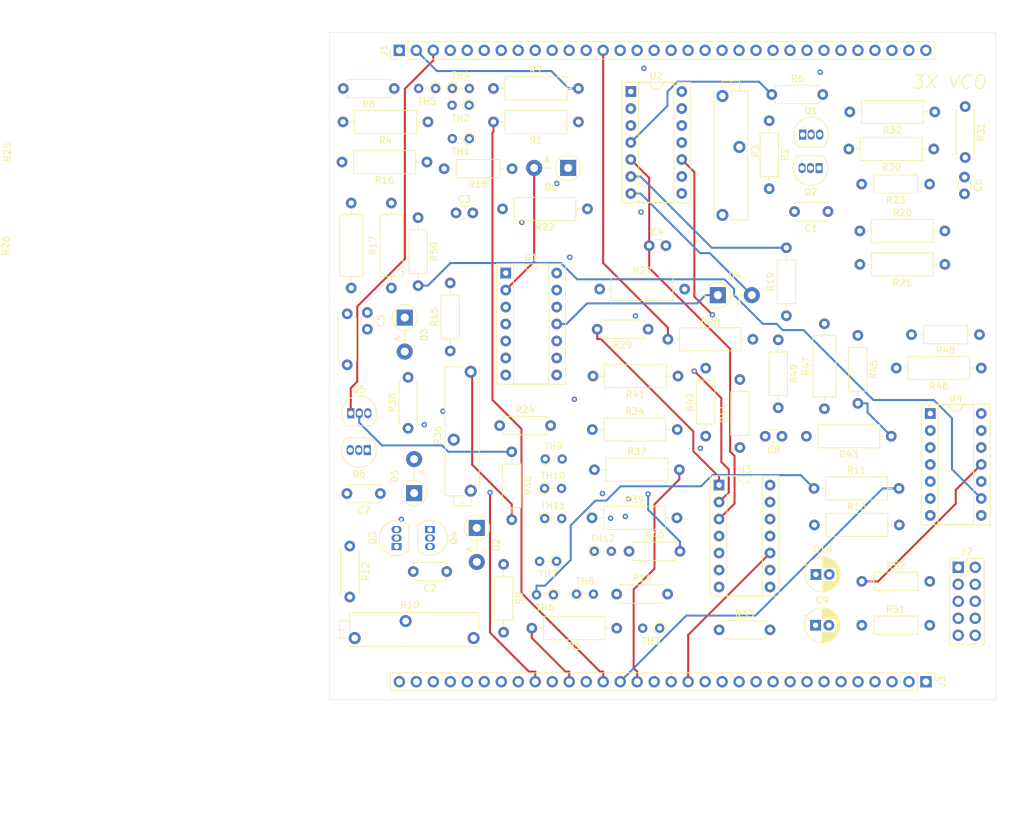
<source format=kicad_pcb>
(kicad_pcb (version 20221018) (generator pcbnew)
  (layers (0 "F.Cu" signal) (1 "In1.Cu" signal) (2 "In2.Cu" signal) (31 "B.Cu" signal) (34 "B.Paste" user) (35 "F.Paste" user) (36 "B.SilkS" user "B.Silkscreen") (37 "F.SilkS" user "F.Silkscreen") (38 "B.Mask" user) (39 "F.Mask" user) (44 "Edge.Cuts" user))
  (net 0 "")
  (net 1 "Net-(D1-K)")
  (net 2 "VCO1CoarsePot1")
  (net 3 "Net-(D2-K)")
  (net 4 "Net-(U2C-+)")
  (net 5 "Net-(U2A--)")
  (net 6 "Net-(U2B-+)")
  (net 7 "Net-(U2D--)")
  (net 8 "Net-(C5-Pad1)")
  (net 9 "Net-(C5-Pad2)")
  (net 10 "Net-(C6-Pad1)")
  (net 11 "Net-(C6-Pad2)")
  (net 12 "Net-(D5-K)")
  (net 13 "Net-(U4A-+)")
  (net 14 "Net-(U3D--)")
  (net 15 "VCO2IDKPot1")
  (net 16 "VCO1CoarsePot3")
  (net 17 "Net-(D1-A)")
  (net 18 "Net-(D2-A)")
  (net 19 "Net-(D3-K)")
  (net 20 "Net-(D3-A)")
  (net 21 "Net-(D4-K)")
  (net 22 "Net-(D4-A)")
  (net 23 "Net-(D5-A)")
  (net 24 "Net-(J2-Pin_1)")
  (net 25 "Net-(J2-Pin_10)")
  (net 26 "VCO1FMPot1")
  (net 27 "Net-(Q1-E)")
  (net 28 "VCO3FMPot1")
  (net 29 "Net-(Q3-E)")
  (net 30 "VCO2FMPot1")
  (net 31 "Net-(Q5-E)")
  (net 32 "Net-(R1-Pad1)")
  (net 33 "fmIn1")
  (net 34 "Net-(R2-Pad2)")
  (net 35 "Net-(R4-Pad1)")
  (net 36 "cvIn1")
  (net 37 "Net-(R5-Pad1)")
  (net 38 "fmIn3")
  (net 39 "Net-(R7-Pad1)")
  (net 40 "VCO1CoarsePot2")
  (net 41 "Net-(R8-Pad1)")
  (net 42 "VCO1FinePot2")
  (net 43 "Net-(R10-Pad1)")
  (net 44 "Net-(R11-Pad1)")
  (net 45 "cvIn3")
  (net 46 "Net-(R13-Pad1)")
  (net 47 "VCO3CoarsePot2")
  (net 48 "Net-(R14-Pad1)")
  (net 49 "VCO3FinePot2")
  (net 50 "VCO1PwmPot1")
  (net 51 "Net-(U3B--)")
  (net 52 "VCO3PwmPot1")
  (net 53 "Net-(R22-Pad1)")
  (net 54 "Net-(U3A--)")
  (net 55 "SW1p3")
  (net 56 "SW1p1")
  (net 57 "Net-(R27-Pad1)")
  (net 58 "VCO3WaveMixPot1")
  (net 59 "VCO3WaveMixPot3")
  (net 60 "mixOut")
  (net 61 "Net-(U3C--)")
  (net 62 "Net-(R34-Pad1)")
  (net 63 "fmIn2")
  (net 64 "Net-(R35-Pad2)")
  (net 65 "Net-(R37-Pad1)")
  (net 66 "cvIn2")
  (net 67 "Net-(R39-Pad1)")
  (net 68 "VCO2CoarsePot2")
  (net 69 "Net-(R40-Pad1)")
  (net 70 "VCO2FinePot2")
  (net 71 "Net-(U4B--)")
  (net 72 "VCO2IDKPot2")
  (net 73 "VCO2PwmPot1")
  (net 74 "Net-(U4A--)")
  (net 75 "Net-(U4C-+)")
  (net 76 "Net-(R46-Pad2)")
  (net 77 "Net-(R47-Pad1)")
  (net 78 "SW2p3")
  (net 79 "SW2p1")
  (net 80 "Net-(U4C--)")
  (net 81 "VCO1FMPot2")
  (net 82 "VCO3FMPot2")
  (net 83 "VCO2FMPot2")
  (net 84 "VCO3WaveMixPot2")
  (net 85 "VCO1FMPot3")
  (net 86 "VCO1PwmPot3")
  (net 87 "SW1p2")
  (net 88 "VCO2FMPot3")
  (net 89 "VCO2PwmPot2")
  (net 90 "VCO2PwmPot3")
  (net 91 "SW2p2")
  (net 92 "VCO3FMPot3")
  (net 93 "VCO3PwmPot3")
  (footprint "Resistor_THT:R_Axial_DIN0309_L9.0mm_D3.2mm_P12.70mm_Horizontal" (layer "F.Cu") (at 265.62 94.5 180)
    (fp_text reference "R22")
    (fp_text value "100k")
  )
  (footprint "Resistor_THT:R_Axial_DIN0309_L9.0mm_D3.2mm_P12.70mm_Horizontal" (layer "F.Cu") (at 299.5 136.3)
    (fp_text reference "R11")
    (fp_text value "100K")
  )
  (footprint "Resistor_THT:R_Axial_DIN0204_L3.6mm_D1.6mm_P2.54mm_Vertical" (layer "F.Cu") (at 247.92 79 180)
    (fp_text reference "TH2")
    (fp_text value "10K")
  )
  (footprint "Potentiometer_THT:Potentiometer_Bourns_3006Y_Horizontal" (layer "F.Cu") (at 248.165 118.86 90)
    (fp_text reference "R36")
    (fp_text value "1K")
  )
  (footprint "Capacitor_THT:C_Disc_D3.0mm_W1.6mm_P2.50mm" (layer "F.Cu") (at 274.85 100)
    (fp_text reference "C4")
    (fp_text value "1uF")
  )
  (footprint "Resistor_THT:R_Axial_DIN0207_L6.3mm_D2.5mm_P10.16mm_Horizontal" (layer "F.Cu") (at 288.4 130.18 90)
    (fp_text reference "R44")
    (fp_text value "14K")
  )
  (footprint "Resistor_THT:R_Axial_DIN0309_L9.0mm_D3.2mm_P12.70mm_Horizontal" (layer "F.Cu") (at 230.3 106.33 90)
    (fp_text reference "R25")
    (fp_text value "100k")
  )
  (footprint "Capacitor_THT:C_Disc_D4.7mm_W2.5mm_P5.00mm" (layer "F.Cu") (at 301.58 94.9 180)
    (fp_text reference "C1")
    (fp_text value "2.2nF")
  )
  (footprint "Resistor_THT:R_Axial_DIN0207_L6.3mm_D2.5mm_P10.16mm_Horizontal" (layer "F.Cu") (at 283.3 128.48 90)
    (fp_text reference "R42")
    (fp_text value "68K")
  )
  (footprint "Connector_PinHeader_2.54mm:PinHeader_1x32_P2.54mm_Vertical" (layer "F.Cu") (at 237.485 70.8 90)
    (fp_text reference "J1")
    (fp_text value "Conn_01x32_Socket")
  )
  (footprint "Resistor_THT:R_Axial_DIN0309_L9.0mm_D3.2mm_P12.70mm_Horizontal" (layer "F.Cu") (at 317.4 85.55 180)
    (fp_text reference "R30")
    (fp_text value "100k")
  )
  (footprint "Connector_PinHeader_2.54mm:PinHeader_2x05_P2.54mm_Vertical" (layer "F.Cu") (at 321.06 148.1)
    (fp_text reference "J2")
    (fp_text value "Conn_02x05_Odd_Even")
  )
  (footprint "Resistor_THT:R_Axial_DIN0207_L6.3mm_D2.5mm_P10.16mm_Horizontal" (layer "F.Cu") (at 324.23 113.3 180)
    (fp_text reference "R48")
    (fp_text value "68K")
  )
  (footprint "Capacitor_THT:C_Disc_D3.0mm_W1.6mm_P2.50mm" (layer "F.Cu") (at 322 89.75 -90)
    (fp_text reference "C6")
    (fp_text value "1uF")
  )
  (footprint "Resistor_THT:R_Axial_DIN0204_L3.6mm_D1.6mm_P2.54mm_Vertical" (layer "F.Cu") (at 276.42 157.2 180)
    (fp_text reference "TH3")
    (fp_text value "10K")
  )
  (footprint "Resistor_THT:R_Axial_DIN0207_L6.3mm_D2.5mm_P10.16mm_Horizontal" (layer "F.Cu") (at 292.8 81.32 -90)
    (fp_text reference "R2")
    (fp_text value "1K5")
  )
  (footprint "Capacitor_THT:C_Disc_D3.0mm_W1.6mm_P2.50mm" (layer "F.Cu") (at 245.97 95.1)
    (fp_text reference "C3")
    (fp_text value "1uF")
  )
  (footprint "Resistor_THT:R_Axial_DIN0207_L6.3mm_D2.5mm_P7.62mm_Horizontal" (layer "F.Cu") (at 271.84 145.7)
    (fp_text reference "R40")
    (fp_text value "1M")
  )
  (footprint "Resistor_THT:R_Axial_DIN0309_L9.0mm_D3.2mm_P12.70mm_Horizontal" (layer "F.Cu") (at 324.5 118.3 180)
    (fp_text reference "R46")
    (fp_text value "100K")
  )
  (footprint "Resistor_THT:R_Axial_DIN0207_L6.3mm_D2.5mm_P10.16mm_Horizontal" (layer "F.Cu") (at 306.64 156.76)
    (fp_text reference "R51")
    (fp_text value "10R")
  )
  (footprint "Resistor_THT:R_Axial_DIN0309_L9.0mm_D3.2mm_P12.70mm_Horizontal" (layer "F.Cu") (at 241.77 81.5 180)
    (fp_text reference "R4")
    (fp_text value "100K")
  )
  (footprint "Resistor_THT:R_Axial_DIN0207_L6.3mm_D2.5mm_P10.16mm_Horizontal" (layer "F.Cu") (at 240.3 95.82 -90)
    (fp_text reference "R50")
    (fp_text value "1K")
  )
  (footprint "Resistor_THT:R_Axial_DIN0207_L6.3mm_D2.5mm_P10.16mm_Horizontal" (layer "F.Cu") (at 254.3 130.82 -90)
    (fp_text reference "R35")
    (fp_text value "1K5")
  )
  (footprint "Resistor_THT:R_Axial_DIN0207_L6.3mm_D2.5mm_P7.62mm_Horizontal" (layer "F.Cu") (at 322.1 79.2 -90)
    (fp_text reference "R31")
    (fp_text value "20k")
  )
  (footprint "Resistor_THT:R_Axial_DIN0207_L6.3mm_D2.5mm_P10.16mm_Horizontal" (layer "F.Cu") (at 254.35 88.5 180)
    (fp_text reference "R18")
    (fp_text value "33k")
  )
  (footprint "Package_TO_SOT_THT:TO-92_Inline" (layer "F.Cu") (at 242.075 142.45 -90)
    (fp_text reference "Q4")
    (fp_text value "BC548")
  )
  (footprint "Capacitor_THT:C_Disc_D3.0mm_W1.6mm_P2.50mm" (layer "F.Cu") (at 232.7 110 -90)
    (fp_text reference "C5")
    (fp_text value "1uF")
  )
  (footprint "Resistor_THT:R_Axial_DIN0309_L9.0mm_D3.2mm_P12.70mm_Horizontal" (layer "F.Cu") (at 319.05 102.8 180)
    (fp_text reference "R21")
    (fp_text value "100k")
  )
  (footprint "Resistor_THT:R_Axial_DIN0207_L6.3mm_D2.5mm_P7.62mm_Horizontal" (layer "F.Cu") (at 230.075 144.915 -90)
    (fp_text reference "R12")
    (fp_text value "1M")
  )
  (footprint "Diode_THT:D_DO-15_P5.08mm_Vertical_AnodeUp" (layer "F.Cu") (at 262.73 88.38 180)
    (fp_text reference "D1")
    (fp_text value "D")
  )
  (footprint "Package_TO_SOT_THT:TO-92_Inline" (layer "F.Cu") (at 237.075 144.995 90)
    (fp_text reference "Q3")
    (fp_text value "BC558")
  )
  (footprint "Resistor_THT:R_Axial_DIN0204_L3.6mm_D1.6mm_P2.54mm_Vertical" (layer "F.Cu") (at 260.54 152.2 180)
    (fp_text reference "TH6")
    (fp_text value "10K")
  )
  (footprint "Capacitor_THT:CP_Radial_D5.0mm_P2.00mm" (layer "F.Cu") (at 299.77 149.16)
    (fp_text reference "C10")
    (fp_text value "10uF")
  )
  (footprint "Package_DIP:DIP-14_W7.62mm_Socket" (layer "F.Cu") (at 285.3 135.8)
    (fp_text reference "U3")
    (fp_text value "TL074")
  )
  (footprint "Package_DIP:DIP-14_W7.62mm_Socket" (layer "F.Cu") (at 316.88 125.1)
    (fp_text reference "U4")
    (fp_text value "TL074")
  )
  (footprint "Resistor_THT:R_Axial_DIN0204_L3.6mm_D1.6mm_P2.54mm_Vertical" (layer "F.Cu") (at 259.23 140.8)
    (fp_text reference "TH11")
    (fp_text value "10k")
  )
  (footprint "Diode_THT:D_DO-15_P5.08mm_Vertical_AnodeUp" (layer "F.Cu") (at 249.075 142.21 -90)
    (fp_text reference "D2")
    (fp_text value "D")
  )
  (footprint "Connector_PinHeader_2.54mm:PinHeader_1x32_P2.54mm_Vertical" (layer "F.Cu") (at 316.235 165.2 -90)
    (fp_text reference "J3")
    (fp_text value "Conn_01x32_Socket")
  )
  (footprint "Resistor_THT:R_Axial_DIN0204_L3.6mm_D1.6mm_P2.54mm_Vertical" (layer "F.Cu") (at 242.92 76.5 180)
    (fp_text reference "TH5")
    (fp_text value "10K")
  )
  (footprint "Resistor_THT:R_Axial_DIN0207_L6.3mm_D2.5mm_P10.16mm_Horizontal" (layer "F.Cu") (at 245.1 115.74 90)
    (fp_text reference "R15")
    (fp_text value "200k")
  )
  (footprint "Resistor_THT:R_Axial_DIN0309_L9.0mm_D3.2mm_P12.70mm_Horizontal" (layer "F.Cu") (at 299.55 141.76)
    (fp_text reference "R13")
    (fp_text value "100K")
  )
  (footprint "Resistor_THT:R_Axial_DIN0309_L9.0mm_D3.2mm_P12.70mm_Horizontal" (layer "F.Cu") (at 306.35 97.8)
    (fp_text reference "R20")
    (fp_text value "100K")
  )
  (footprint "Resistor_THT:R_Axial_DIN0207_L6.3mm_D2.5mm_P10.16mm_Horizontal" (layer "F.Cu") (at 306.05 113.42 -90)
    (fp_text reference "R45")
    (fp_text value "33k")
  )
  (footprint "Capacitor_THT:CP_Radial_D5.0mm_P2.00mm" (layer "F.Cu") (at 299.72 156.76)
    (fp_text reference "C9")
    (fp_text value "10uF")
  )
  (footprint "Resistor_THT:R_Axial_DIN0309_L9.0mm_D3.2mm_P12.70mm_Horizontal" (layer "F.Cu") (at 317.55 80 180)
    (fp_text reference "R32")
    (fp_text value "100k")
  )
  (footprint "Diode_THT:D_DO-15_P5.08mm_Vertical_AnodeUp" (layer "F.Cu") (at 285.12 107.4)
    (fp_text reference "D4")
    (fp_text value "D")
  )
  (footprint "Potentiometer_THT:Potentiometer_Bourns_3006Y_Horizontal" (layer "F.Cu") (at 285.8 95.4 -90)
    (fp_text reference "R3")
    (fp_text value "1K")
  )
  (footprint "Package_TO_SOT_THT:TO-92_Inline" (layer "F.Cu") (at 230.23 125.06)
    (fp_text reference "Q5")
    (fp_text value "BC558")
  )
  (footprint "Capacitor_THT:C_Disc_D4.7mm_W2.5mm_P5.00mm" (layer "F.Cu") (at 234.655 137.065 180)
    (fp_text reference "C7")
    (fp_text value "2.2nF")
  )
  (footprint "Diode_THT:D_DO-15_P5.08mm_Vertical_AnodeUp" (layer "F.Cu") (at 238.3 110.76 -90)
    (fp_text reference "D3")
    (fp_text value "D")
  )
  (footprint "Resistor_THT:R_Axial_DIN0309_L9.0mm_D3.2mm_P12.70mm_Horizontal" (layer "F.Cu") (at 264.27 81.5 180)
    (fp_text reference "R1")
    (fp_text value "100K")
  )
  (footprint "Resistor_THT:R_Axial_DIN0207_L6.3mm_D2.5mm_P7.62mm_Horizontal" (layer "F.Cu") (at 238.8 127.31 90)
    (fp_text reference "R38")
    (fp_text value "1M")
  )
  (footprint "Capacitor_THT:C_Disc_D3.0mm_W1.6mm_P2.50mm" (layer "F.Cu") (at 294.7 128.5 180)
    (fp_text reference "C8")
    (fp_text value "1uF")
  )
  (footprint "Resistor_THT:R_Axial_DIN0309_L9.0mm_D3.2mm_P12.70mm_Horizontal" (layer "F.Cu") (at 266.3 140.7)
    (fp_text reference "R39")
    (fp_text value "100K")
  )
  (footprint "Resistor_THT:R_Axial_DIN0204_L3.6mm_D1.6mm_P2.54mm_Vertical" (layer "F.Cu") (at 247.96 84 180)
    (fp_text reference "TH1")
    (fp_text value "10K")
  )
  (footprint "Package_DIP:DIP-14_W7.62mm_Socket" (layer "F.Cu") (at 253.4 104.1)
    (fp_text reference "U1")
    (fp_text value "40106")
  )
  (footprint "Resistor_THT:R_Axial_DIN0204_L3.6mm_D1.6mm_P2.54mm_Vertical" (layer "F.Cu") (at 245.42 76.5)
    (fp_text reference "TH4")
    (fp_text value "10k")
  )
  (footprint "Package_DIP:DIP-14_W7.62mm_Socket" (layer "F.Cu") (at 272.1 76.96)
    (fp_text reference "U2")
    (fp_text value "TL074")
  )
  (footprint "Resistor_THT:R_Axial_DIN0207_L6.3mm_D2.5mm_P7.62mm_Horizontal" (layer "F.Cu") (at 285.3 157.44)
    (fp_text reference "R33")
    (fp_text value "20K")
  )
  (footprint "Resistor_THT:R_Axial_DIN0204_L3.6mm_D1.6mm_P2.54mm_Vertical" (layer "F.Cu") (at 259.3 131.9)
    (fp_text reference "TH9")
    (fp_text value "10K")
  )
  (footprint "Resistor_THT:R_Axial_DIN0309_L9.0mm_D3.2mm_P12.70mm_Horizontal" (layer "F.Cu") (at 301.05 124.38 90)
    (fp_text reference "R47")
    (fp_text value "100k")
  )
  (footprint "Resistor_THT:R_Axial_DIN0309_L9.0mm_D3.2mm_P12.70mm_Horizontal" (layer "F.Cu") (at 311.05 128.5 180)
    (fp_text reference "R43")
    (fp_text value "100K")
  )
  (footprint "Resistor_THT:R_Axial_DIN0309_L9.0mm_D3.2mm_P12.70mm_Horizontal" (layer "F.Cu") (at 241.62 87.5 180)
    (fp_text reference "R16")
    (fp_text value "100K")
  )
  (footprint "Diode_THT:D_DO-15_P5.08mm_Vertical_AnodeUp" (layer "F.Cu") (at 239.7 137 90)
    (fp_text reference "D5")
    (fp_text value "D")
  )
  (footprint "Resistor_THT:R_Axial_DIN0207_L6.3mm_D2.5mm_P7.62mm_Horizontal" (layer "F.Cu") (at 293.18 77.4)
    (fp_text reference "R6")
    (fp_text value "1M")
  )
  (footprint "Resistor_THT:R_Axial_DIN0207_L6.3mm_D2.5mm_P10.16mm_Horizontal" (layer "F.Cu") (at 294.15 114.08 -90)
    (fp_text reference "R49")
    (fp_text value "1K")
  )
  (footprint "Resistor_THT:R_Axial_DIN0309_L9.0mm_D3.2mm_P12.70mm_Horizontal" (layer "F.Cu") (at 251.57 76.5)
    (fp_text reference "R7")
    (fp_text value "100K")
  )
  (footprint "Resistor_THT:R_Axial_DIN0207_L6.3mm_D2.5mm_P10.16mm_Horizontal" (layer "F.Cu") (at 295.36 110.48 90)
    (fp_text reference "R19")
    (fp_text value "200k")
  )
  (footprint "Package_TO_SOT_THT:TO-92_Inline" (layer "F.Cu") (at 232.695 130.565 180)
    (fp_text reference "Q6")
    (fp_text value "BC548")
  )
  (footprint "Resistor_THT:R_Axial_DIN0207_L6.3mm_D2.5mm_P7.62mm_Horizontal" (layer "F.Cu") (at 269.99 152.1)
    (fp_text reference "R14")
    (fp_text value "1M")
  )
  (footprint "Resistor_THT:R_Axial_DIN0309_L9.0mm_D3.2mm_P12.70mm_Horizontal" (layer "F.Cu") (at 270 157.2 180)
    (fp_text reference "R5")
    (fp_text value "100K")
  )
  (footprint "Capacitor_THT:C_Disc_D4.7mm_W2.5mm_P5.00mm" (layer "F.Cu") (at 244.575 148.725 180)
    (fp_text reference "C2")
    (fp_text value "2.2nF")
  )
  (footprint "Resistor_THT:R_Axial_DIN0204_L3.6mm_D1.6mm_P2.54mm_Vertical" (layer "F.Cu") (at 266.65 145.7)
    (fp_text reference "TH12")
    (fp_text value "10K")
  )
  (footprint "Resistor_THT:R_Axial_DIN0207_L6.3mm_D2.5mm_P7.62mm_Horizontal" (layer "F.Cu") (at 229.7 117.81 90)
    (fp_text reference "R26")
    (fp_text value "20k")
  )
  (footprint "Resistor_THT:R_Axial_DIN0207_L6.3mm_D2.5mm_P7.62mm_Horizontal" (layer "F.Cu") (at 274.7 112.5 180)
    (fp_text reference "R29")
    (fp_text value "20k")
  )
  (footprint "Resistor_THT:R_Axial_DIN0207_L6.3mm_D2.5mm_P10.16mm_Horizontal" (layer "F.Cu") (at 253.075 147.645 -90)
    (fp_text reference "R9")
    (fp_text value "1K5")
  )
  (footprint "Resistor_THT:R_Axial_DIN0309_L9.0mm_D3.2mm_P12.70mm_Horizontal" (layer "F.Cu") (at 279.15 119.5 180)
    (fp_text reference "R41")
    (fp_text value "100K")
  )
  (footprint "Resistor_THT:R_Axial_DIN0309_L9.0mm_D3.2mm_P12.70mm_Horizontal" (layer "F.Cu") (at 277.65 114)
    (fp_text reference "R28")
    (fp_text value "100k")
  )
  (footprint "Package_TO_SOT_THT:TO-92_Inline" (layer "F.Cu") (at 297.8 83.4)
    (fp_text reference "Q1")
    (fp_text value "BC558")
  )
  (footprint "Resistor_THT:R_Axial_DIN0309_L9.0mm_D3.2mm_P12.70mm_Horizontal" (layer "F.Cu") (at 266.35 127.5)
    (fp_text reference "R34")
    (fp_text value "100K")
  )
  (footprint "Resistor_THT:R_Axial_DIN0309_L9.0mm_D3.2mm_P12.70mm_Horizontal" (layer "F.Cu") (at 267.45 106.5)
    (fp_text reference "R27")
    (fp_text value "100k")
  )
  (footprint "Resistor_THT:R_Axial_DIN0207_L6.3mm_D2.5mm_P7.62mm_Horizontal" (layer "F.Cu") (at 252.49 126.9)
    (fp_text reference "R24")
    (fp_text value "20k")
  )
  (footprint "Resistor_THT:R_Axial_DIN0309_L9.0mm_D3.2mm_P12.70mm_Horizontal" (layer "F.Cu") (at 266.66 133.5)
    (fp_text reference "R37")
    (fp_text value "100K")
  )
  (footprint "Potentiometer_THT:Potentiometer_Bourns_3006Y_Horizontal" (layer "F.Cu") (at 248.6 158.675)
    (fp_text reference "R10")
    (fp_text value "1K")
  )
  (footprint "Resistor_THT:R_Axial_DIN0204_L3.6mm_D1.6mm_P2.54mm_Vertical" (layer "F.Cu") (at 261 147.2 180)
    (fp_text reference "TH7")
    (fp_text value "10k")
  )
  (footprint "Package_TO_SOT_THT:TO-92_Inline" (layer "F.Cu") (at 300.25 88.4 180)
    (fp_text reference "Q2")
    (fp_text value "BC548")
  )
  (footprint "Resistor_THT:R_Axial_DIN0204_L3.6mm_D1.6mm_P2.54mm_Vertical" (layer "F.Cu") (at 259.2 136.3)
    (fp_text reference "TH10")
    (fp_text value "10K")
  )
  (footprint "Resistor_THT:R_Axial_DIN0309_L9.0mm_D3.2mm_P12.70mm_Horizontal" (layer "F.Cu") (at 236.3 106.33 90)
    (fp_text reference "R17")
    (fp_text value "100k")
  )
  (footprint "Resistor_THT:R_Axial_DIN0207_L6.3mm_D2.5mm_P10.16mm_Horizontal" (layer "F.Cu") (at 306.64 150.2)
    (fp_text reference "R52")
    (fp_text value "10R")
  )
  (footprint "Resistor_THT:R_Axial_DIN0207_L6.3mm_D2.5mm_P10.16mm_Horizontal" (layer "F.Cu") (at 316.78 90.8 180)
    (fp_text reference "R23")
    (fp_text value "33k")
  )
  (footprint "Resistor_THT:R_Axial_DIN0204_L3.6mm_D1.6mm_P2.54mm_Vertical" (layer "F.Cu") (at 263.98 152.1)
    (fp_text reference "TH8")
    (fp_text value "10K")
  )
  (footprint "Resistor_THT:R_Axial_DIN0207_L6.3mm_D2.5mm_P7.62mm_Horizontal" (layer "F.Cu") (at 236.73 76.5 180)
    (fp_text reference "R8")
    (fp_text value "1M")
  )
  (gr_line (start 326.66 68.1) (end 227.06 68.1) (stroke (width 0.05)) (layer "Edge.Cuts"))
  (gr_line (start 326.66 167.89) (end 326.66 68.1) (stroke (width 0.05)) (layer "Edge.Cuts"))
  (gr_line (start 227.06 68.1) (end 227.06 167.89) (stroke (width 0.05)) (layer "Edge.Cuts"))
  (gr_line (start 227.06 167.89) (end 326.66 167.89) (stroke (width 0.05)) (layer "Edge.Cuts"))
  (gr_text "3X VCO\n" (at 314.04 76.72) (layer "F.SilkS") (effects (font (size 2 2) (thickness 0.15) italic) (justify left bottom)))
  (segment (start 306.05 123.58) (end 307.502 123.58) (width 0.3) (layer "B.Cu") (net 2))
  (segment (start 307.502 124.952) (end 311.05 128.5) (width 0.3) (layer "B.Cu") (net 2))
  (segment (start 307.502 123.58) (end 307.502 124.952) (width 0.3) (layer "B.Cu") (net 2))
  (via (at 272.802 110.515) (size 0.8) (drill 0.4) (layers "F.Cu" "B.Cu") (net 3))
  (segment (start 281.603 89.0029) (end 281.603 107.63) (width 0.3) (layer "F.Cu") (net 4))
  (segment (start 279.72 87.12) (end 281.603 89.0029) (width 0.3) (layer "F.Cu") (net 4))
  (segment (start 281.603 107.63) (end 284.312 110.338) (width 0.3) (layer "F.Cu") (net 4))
  (via (at 284.312 110.338) (size 0.8) (drill 0.4) (layers "F.Cu" "B.Cu") (net 4))
  (segment (start 287.614 138.566) (end 285.3 140.88) (width 0.3) (layer "F.Cu") (net 6))
  (segment (start 287.614 131.447) (end 287.614 138.566) (width 0.3) (layer "F.Cu") (net 6))
  (segment (start 286.948 115.437) (end 286.948 130.781) (width 0.3) (layer "F.Cu") (net 6))
  (segment (start 274.85 100) (end 274.85 103.338) (width 0.3) (layer "F.Cu") (net 6))
  (segment (start 274.85 103.338) (end 286.948 115.437) (width 0.3) (layer "F.Cu") (net 6))
  (segment (start 272.1 87.12) (end 274.85 89.87) (width 0.3) (layer "F.Cu") (net 6))
  (segment (start 274.85 89.87) (end 274.85 100) (width 0.3) (layer "F.Cu") (net 6))
  (segment (start 286.948 130.781) (end 287.614 131.447) (width 0.3) (layer "F.Cu") (net 6))
  (segment (start 272.1 84.58) (end 277.585 79.0948) (width 0.3) (layer "B.Cu") (net 15))
  (segment (start 277.585 76.9682) (end 279.067 75.4865) (width 0.3) (layer "B.Cu") (net 15))
  (segment (start 277.585 79.0948) (end 277.585 76.9682) (width 0.3) (layer "B.Cu") (net 15))
  (segment (start 291.266 75.4865) (end 293.18 77.4) (width 0.3) (layer "B.Cu") (net 15))
  (segment (start 279.067 75.4865) (end 291.266 75.4865) (width 0.3) (layer "B.Cu") (net 15))
  (segment (start 231.2 120.323) (end 230.23 121.293) (width 0.3) (layer "F.Cu") (net 16))
  (segment (start 238.322 76.5447) (end 238.322 101.978) (width 0.3) (layer "F.Cu") (net 16))
  (segment (start 230.23 121.293) (end 230.23 125.06) (width 0.3) (layer "F.Cu") (net 16))
  (segment (start 242.565 70.8) (end 242.565 72.3017) (width 0.3) (layer "F.Cu") (net 16))
  (segment (start 320.69 136.53) (end 324.5 132.72) (width 0.3) (layer "F.Cu") (net 16))
  (segment (start 242.565 72.3017) (end 238.322 76.5447) (width 0.3) (layer "F.Cu") (net 16))
  (segment (start 231.2 109.1) (end 231.2 120.323) (width 0.3) (layer "F.Cu") (net 16))
  (segment (start 309.08 150.2) (end 320.69 138.59) (width 0.3) (layer "F.Cu") (net 16))
  (segment (start 306.64 150.2) (end 309.08 150.2) (width 0.3) (layer "F.Cu") (net 16))
  (segment (start 320.69 138.59) (end 320.69 136.53) (width 0.3) (layer "F.Cu") (net 16))
  (segment (start 238.322 101.978) (end 231.2 109.1) (width 0.3) (layer "F.Cu") (net 16))
  (segment (start 257.65 102.39) (end 257.65 88.38) (width 0.3) (layer "F.Cu") (net 17))
  (segment (start 253.4 106.64) (end 257.65 102.39) (width 0.3) (layer "F.Cu") (net 17))
  (via (at 255.809 96.5257) (size 0.8) (drill 0.4) (layers "F.Cu" "B.Cu") (net 20))
  (segment (start 282.033 108.636) (end 265.556 108.636) (width 0.3) (layer "B.Cu") (net 21))
  (segment (start 262.472 111.72) (end 261.02 111.72) (width 0.3) (layer "B.Cu") (net 21))
  (segment (start 283.268 107.4) (end 282.033 108.636) (width 0.3) (layer "B.Cu") (net 21))
  (segment (start 265.556 108.636) (end 262.472 111.72) (width 0.3) (layer "B.Cu") (net 21))
  (segment (start 285.12 107.4) (end 283.268 107.4) (width 0.3) (layer "B.Cu") (net 21))
  (segment (start 283.92 101.12) (end 290.2 107.4) (width 0.3) (layer "B.Cu") (net 22))
  (segment (start 272.1 92.2) (end 273.552 92.2) (width 0.3) (layer "B.Cu") (net 22))
  (segment (start 282.472 101.12) (end 283.92 101.12) (width 0.3) (layer "B.Cu") (net 22))
  (segment (start 273.552 92.2) (end 282.472 101.12) (width 0.3) (layer "B.Cu") (net 22))
  (via (at 244.017 124.749) (size 0.8) (drill 0.4) (layers "F.Cu" "B.Cu") (net 23))
  (segment (start 231.5 125.06) (end 231.5 126.462) (width 0.3) (layer "B.Cu") (net 30))
  (segment (start 231.5 126.462) (end 234.903 129.865) (width 0.3) (layer "B.Cu") (net 30))
  (segment (start 243.87 129.865) (end 244.825 130.82) (width 0.3) (layer "B.Cu") (net 30))
  (segment (start 234.903 129.865) (end 243.87 129.865) (width 0.3) (layer "B.Cu") (net 30))
  (segment (start 244.825 130.82) (end 254.3 130.82) (width 0.3) (layer "B.Cu") (net 30))
  (segment (start 255.753 151.946) (end 255.753 127.403) (width 0.3) (layer "F.Cu") (net 33))
  (segment (start 251.415 83.1068) (end 251.57 82.9517) (width 0.3) (layer "F.Cu") (net 33))
  (segment (start 251.415 123.065) (end 251.415 83.1068) (width 0.3) (layer "F.Cu") (net 33))
  (segment (start 267.975 163.698) (end 267.506 163.698) (width 0.3) (layer "F.Cu") (net 33))
  (segment (start 267.506 163.698) (end 255.753 151.946) (width 0.3) (layer "F.Cu") (net 33))
  (segment (start 255.753 127.403) (end 251.415 123.065) (width 0.3) (layer "F.Cu") (net 33))
  (segment (start 251.57 82.9517) (end 251.57 81.5) (width 0.3) (layer "F.Cu") (net 33))
  (segment (start 267.975 165.2) (end 267.975 163.698) (width 0.3) (layer "F.Cu") (net 33))
  (via (at 237.8 140.932) (size 0.8) (drill 0.4) (layers "F.Cu" "B.Cu") (net 36))
  (segment (start 262.895 165.2) (end 262.895 163.698) (width 0.3) (layer "F.Cu") (net 38))
  (segment (start 257.3 158.652) (end 257.3 157.2) (width 0.3) (layer "F.Cu") (net 38))
  (segment (start 262.347 163.698) (end 257.3 158.652) (width 0.3) (layer "F.Cu") (net 38))
  (segment (start 262.895 163.698) (end 262.347 163.698) (width 0.3) (layer "F.Cu") (net 38))
  (segment (start 264.27 76.5) (end 262.818 76.5) (width 0.3) (layer "B.Cu") (net 40))
  (segment (start 262.818 76.5) (end 260.216 73.8973) (width 0.3) (layer "B.Cu") (net 40))
  (segment (start 243.122 73.8973) (end 240.025 70.8) (width 0.3) (layer "B.Cu") (net 40))
  (segment (start 260.216 73.8973) (end 243.122 73.8973) (width 0.3) (layer "B.Cu") (net 40))
  (segment (start 270.569 135.983) (end 282.595 135.983) (width 0.3) (layer "B.Cu") (net 44))
  (segment (start 297.513 134.313) (end 299.5 136.3) (width 0.3) (layer "B.Cu") (net 44))
  (segment (start 259.267 150.848) (end 263.12 146.995) (width 0.3) (layer "B.Cu") (net 44))
  (segment (start 284.265 134.313) (end 297.513 134.313) (width 0.3) (layer "B.Cu") (net 44))
  (segment (start 266.815 138.124) (end 268.428 138.124) (width 0.3) (layer "B.Cu") (net 44))
  (segment (start 263.12 146.995) (end 263.12 141.819) (width 0.3) (layer "B.Cu") (net 44))
  (segment (start 268.428 138.124) (end 270.569 135.983) (width 0.3) (layer "B.Cu") (net 44))
  (segment (start 263.12 141.819) (end 266.815 138.124) (width 0.3) (layer "B.Cu") (net 44))
  (segment (start 282.595 135.983) (end 284.265 134.313) (width 0.3) (layer "B.Cu") (net 44))
  (segment (start 258 150.848) (end 259.267 150.848) (width 0.3) (layer "B.Cu") (net 44))
  (segment (start 258 152.2) (end 258 150.848) (width 0.3) (layer "B.Cu") (net 44))
  (segment (start 270.515 165.2) (end 280.405 155.31) (width 0.3) (layer "B.Cu") (net 45))
  (segment (start 309.76 136.3) (end 312.2 136.3) (width 0.3) (layer "B.Cu") (net 45))
  (segment (start 280.405 155.31) (end 290.75 155.31) (width 0.3) (layer "B.Cu") (net 45))
  (segment (start 290.75 155.31) (end 309.76 136.3) (width 0.3) (layer "B.Cu") (net 45))
  (via (at 267.864 137.072) (size 0.8) (drill 0.4) (layers "F.Cu" "B.Cu") (net 46))
  (via (at 261.036 90.6991) (size 0.8) (drill 0.4) (layers "F.Cu" "B.Cu") (net 50))
  (via (at 273.624 94.9808) (size 0.8) (drill 0.4) (layers "F.Cu" "B.Cu") (net 51))
  (via (at 271.276 140.494) (size 0.8) (drill 0.4) (layers "F.Cu" "B.Cu") (net 51))
  (segment (start 284.21 100.318) (end 273.552 89.66) (width 0.3) (layer "B.Cu") (net 52))
  (segment (start 295.36 100.32) (end 293.908 100.32) (width 0.3) (layer "B.Cu") (net 52))
  (segment (start 273.552 89.66) (end 272.1 89.66) (width 0.3) (layer "B.Cu") (net 52))
  (segment (start 293.907 100.318) (end 284.21 100.318) (width 0.3) (layer "B.Cu") (net 52))
  (segment (start 293.908 100.32) (end 293.907 100.318) (width 0.3) (layer "B.Cu") (net 52))
  (via (at 269.074 140.76) (size 0.8) (drill 0.4) (layers "F.Cu" "B.Cu") (net 53))
  (segment (start 286.752 133.465) (end 286.752 136.888) (width 0.3) (layer "F.Cu") (net 54))
  (segment (start 285.634 122.799) (end 285.634 132.348) (width 0.3) (layer "F.Cu") (net 54))
  (segment (start 286.752 136.888) (end 285.3 138.34) (width 0.3) (layer "F.Cu") (net 54))
  (segment (start 281.597 118.762) (end 285.634 122.799) (width 0.3) (layer "F.Cu") (net 54))
  (segment (start 285.634 132.348) (end 286.752 133.465) (width 0.3) (layer "F.Cu") (net 54))
  (via (at 281.597 118.762) (size 0.8) (drill 0.4) (layers "F.Cu" "B.Cu") (net 54))
  (segment (start 277.65 112.283) (end 277.65 114) (width 0.3) (layer "F.Cu") (net 56))
  (segment (start 267.965 70.8) (end 267.965 102.598) (width 0.3) (layer "F.Cu") (net 56))
  (segment (start 267.965 102.598) (end 277.65 112.283) (width 0.3) (layer "F.Cu") (net 56))
  (via (at 241.228 126.783) (size 0.8) (drill 0.4) (layers "F.Cu" "B.Cu") (net 56))
  (segment (start 285.054 134.348) (end 281.446 130.74) (width 0.3) (layer "F.Cu") (net 57))
  (segment (start 267.624 113.952) (end 267.08 113.952) (width 0.3) (layer "F.Cu") (net 57))
  (segment (start 285.3 135.8) (end 285.3 134.348) (width 0.3) (layer "F.Cu") (net 57))
  (segment (start 281.446 127.773) (end 267.624 113.952) (width 0.3) (layer "F.Cu") (net 57))
  (segment (start 285.3 134.348) (end 285.054 134.348) (width 0.3) (layer "F.Cu") (net 57))
  (segment (start 281.446 130.74) (end 281.446 127.773) (width 0.3) (layer "F.Cu") (net 57))
  (segment (start 267.08 113.952) (end 267.08 112.5) (width 0.3) (layer "F.Cu") (net 57))
  (via (at 282.498 130.305) (size 0.8) (drill 0.4) (layers "F.Cu" "B.Cu") (net 58))
  (segment (start 248.382 119.077) (end 248.165 118.86) (width 0.3) (layer "F.Cu") (net 64))
  (segment (start 248.382 132.753) (end 248.382 119.077) (width 0.3) (layer "F.Cu") (net 64))
  (segment (start 254.3 138.671) (end 248.382 132.753) (width 0.3) (layer "F.Cu") (net 64))
  (segment (start 254.3 140.98) (end 254.3 138.671) (width 0.3) (layer "F.Cu") (net 64))
  (segment (start 279.36 133.5) (end 279.36 134.952) (width 0.3) (layer "F.Cu") (net 66))
  (segment (start 272.528 151.412) (end 272.528 163.172) (width 0.3) (layer "F.Cu") (net 66))
  (segment (start 273.055 163.698) (end 273.055 165.2) (width 0.3) (layer "F.Cu") (net 66))
  (segment (start 272.528 163.172) (end 273.055 163.698) (width 0.3) (layer "F.Cu") (net 66))
  (segment (start 275.641 138.671) (end 275.641 148.299) (width 0.3) (layer "F.Cu") (net 66))
  (segment (start 279.36 134.952) (end 275.641 138.671) (width 0.3) (layer "F.Cu") (net 66))
  (segment (start 275.641 148.299) (end 272.528 151.412) (width 0.3) (layer "F.Cu") (net 66))
  (via (at 271.75 137.816) (size 0.8) (drill 0.4) (layers "F.Cu" "B.Cu") (net 68))
  (via (at 274.689 137.133) (size 0.8) (drill 0.4) (layers "F.Cu" "B.Cu") (net 70))
  (segment (start 279.46 145.7) (end 279.46 144.248) (width 0.3) (layer "B.Cu") (net 70))
  (segment (start 279.46 144.248) (end 274.689 139.477) (width 0.3) (layer "B.Cu") (net 70))
  (segment (start 274.689 139.477) (end 274.689 137.133) (width 0.3) (layer "B.Cu") (net 70))
  (via (at 300.424 74.0778) (size 0.8) (drill 0.4) (layers "F.Cu" "B.Cu") (net 73))
  (segment (start 264.086 105.032) (end 286.1 105.032) (width 0.3) (layer "B.Cu") (net 80))
  (segment (start 287.547 106.478) (end 287.547 107.396) (width 0.3) (layer "B.Cu") (net 80))
  (segment (start 294.84 112.63) (end 297.918 112.63) (width 0.3) (layer "B.Cu") (net 80))
  (segment (start 293.91 111.7) (end 294.84 112.63) (width 0.3) (layer "B.Cu") (net 80))
  (segment (start 261.655 102.601) (end 264.086 105.032) (width 0.3) (layer "B.Cu") (net 80))
  (segment (start 297.918 112.63) (end 308.372 123.084) (width 0.3) (layer "B.Cu") (net 80))
  (segment (start 320.124 125.798) (end 320.124 133.424) (width 0.3) (layer "B.Cu") (net 80))
  (segment (start 241.752 105.98) (end 245.131 102.601) (width 0.3) (layer "B.Cu") (net 80))
  (segment (start 320.124 133.424) (end 324.5 137.8) (width 0.3) (layer "B.Cu") (net 80))
  (segment (start 317.41 123.084) (end 320.124 125.798) (width 0.3) (layer "B.Cu") (net 80))
  (segment (start 308.372 123.084) (end 317.41 123.084) (width 0.3) (layer "B.Cu") (net 80))
  (segment (start 240.3 105.98) (end 241.752 105.98) (width 0.3) (layer "B.Cu") (net 80))
  (segment (start 245.131 102.601) (end 261.655 102.601) (width 0.3) (layer "B.Cu") (net 80))
  (segment (start 286.1 105.032) (end 287.547 106.478) (width 0.3) (layer "B.Cu") (net 80))
  (segment (start 291.85 111.7) (end 293.91 111.7) (width 0.3) (layer "B.Cu") (net 80))
  (segment (start 287.547 107.396) (end 291.85 111.7) (width 0.3) (layer "B.Cu") (net 80))
  (via (at 274.062 73.4946) (size 0.8) (drill 0.4) (layers "F.Cu" "B.Cu") (net 83))
  (via (at 263.662 122.974) (size 0.8) (drill 0.4) (layers "F.Cu" "B.Cu") (net 83))
  (segment (start 280.675 158.205) (end 280.675 165.2) (width 0.3) (layer "F.Cu") (net 84))
  (segment (start 292.92 145.96) (end 280.675 158.205) (width 0.3) (layer "F.Cu") (net 84))
  (segment (start 256.876 163.698) (end 251.051 157.873) (width 0.3) (layer "F.Cu") (net 87))
  (segment (start 257.815 163.698) (end 256.876 163.698) (width 0.3) (layer "F.Cu") (net 87))
  (segment (start 251.051 157.873) (end 251.051 136.91) (width 0.3) (layer "F.Cu") (net 87))
  (segment (start 257.815 165.2) (end 257.815 163.698) (width 0.3) (layer "F.Cu") (net 87))
  (via (at 251.051 136.91) (size 0.8) (drill 0.4) (layers "F.Cu" "B.Cu") (net 87))
  (via (at 262.982 101.727) (size 0.8) (drill 0.4) (layers "F.Cu" "B.Cu") (net 91))
)
</source>
